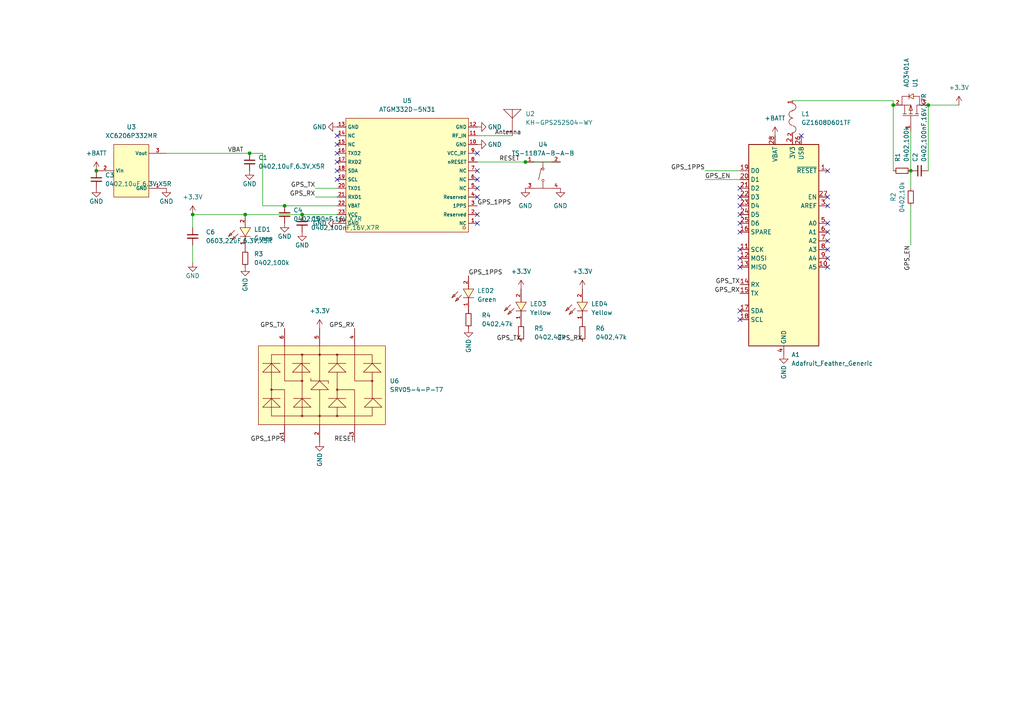
<source format=kicad_sch>
(kicad_sch (version 20230121) (generator eeschema)
  (paper "A4")
  (lib_symbols
    (symbol "MCU_Module:Adafruit_Feather_Generic"
      (property "Reference" "A" (at -10.16 29.21 0))
      (property "Value" "Adafruit_Feather_Generic" (at 2.54 -31.75 0))
      (symbol "Adafruit_Feather_Generic_0_1"
        (rectangle (start -10.16 27.94) (end 10.16 -30.48) (stroke (width 0.254)) (fill (type background)))
      )
      (symbol "Adafruit_Feather_Generic_1_1"
        (pin input line (at 12.7 20.32 180) (length 2.54) (name "~{RESET}") (number "1"))
        (pin bidirectional line (at 12.7 -7.62 180) (length 2.54) (name "A5") (number "10"))
        (pin bidirectional line (at -12.7 -2.54 0) (length 2.54) (name "SCK") (number "11"))
        (pin bidirectional line (at -12.7 -5.08 0) (length 2.54) (name "MOSI") (number "12"))
        (pin bidirectional line (at -12.7 -7.62 0) (length 2.54) (name "MISO") (number "13"))
        (pin bidirectional line (at -12.7 -12.7 0) (length 2.54) (name "RX") (number "14"))
        (pin bidirectional line (at -12.7 -15.24 0) (length 2.54) (name "TX") (number "15"))
        (pin bidirectional line (at -12.7 2.54 0) (length 2.54) (name "SPARE") (number "16"))
        (pin bidirectional line (at -12.7 -20.32 0) (length 2.54) (name "SDA") (number "17"))
        (pin bidirectional line (at -12.7 -22.86 0) (length 2.54) (name "SCL") (number "18"))
        (pin bidirectional line (at -12.7 20.32 0) (length 2.54) (name "D0") (number "19"))
        (pin power_in line (at 2.54 30.48 270) (length 2.54) (name "3V3") (number "2"))
        (pin bidirectional line (at -12.7 17.78 0) (length 2.54) (name "D1") (number "20"))
        (pin bidirectional line (at -12.7 15.24 0) (length 2.54) (name "D2") (number "21"))
        (pin bidirectional line (at -12.7 12.7 0) (length 2.54) (name "D3") (number "22"))
        (pin bidirectional line (at -12.7 10.16 0) (length 2.54) (name "D4") (number "23"))
        (pin bidirectional line (at -12.7 7.62 0) (length 2.54) (name "D5") (number "24"))
        (pin bidirectional line (at -12.7 5.08 0) (length 2.54) (name "D6") (number "25"))
        (pin power_in line (at 5.08 30.48 270) (length 2.54) (name "USB") (number "26"))
        (pin input line (at 12.7 12.7 180) (length 2.54) (name "EN") (number "27"))
        (pin power_in line (at -2.54 30.48 270) (length 2.54) (name "VBAT") (number "28"))
        (pin input line (at 12.7 10.16 180) (length 2.54) (name "AREF") (number "3"))
        (pin power_in line (at 0 -33.02 90) (length 2.54) (name "GND") (number "4"))
        (pin bidirectional line (at 12.7 5.08 180) (length 2.54) (name "A0") (number "5"))
        (pin bidirectional line (at 12.7 2.54 180) (length 2.54) (name "A1") (number "6"))
        (pin bidirectional line (at 12.7 0 180) (length 2.54) (name "A2") (number "7"))
        (pin bidirectional line (at 12.7 -2.54 180) (length 2.54) (name "A3") (number "8"))
        (pin bidirectional line (at 12.7 -5.08 180) (length 2.54) (name "A4") (number "9"))
      )
    )
    (symbol "jlcpcb-basic-capacitor:0402,100nF,16V,X7R "
      (property "Reference" "C" (at 1.71 0.508 0))
      (property "Value" "0402,100nF,16V,X7R " (at 1.71 -1.016 0))
      (symbol "0402,100nF,16V,X7R _0_0"
        (polyline (pts (xy -1.524 -0.508) (xy 1.524 -0.508)) (stroke (width 0.3048)))
        (polyline (pts (xy -1.524 0.508) (xy 1.524 0.508)) (stroke (width 0.3048)))
        (pin passive line (at 0 2.54 270) (length 2.032) (name "~") (number "1"))
        (pin passive line (at 0 -2.54 90) (length 2.032) (name "~") (number "2"))
      )
    )
    (symbol "jlcpcb-basic-capacitor:0402,10uF,6.3V,X5R "
      (property "Reference" "C" (at 1.71 0.508 0))
      (property "Value" "0402,10uF,6.3V,X5R " (at 1.71 -1.016 0))
      (symbol "0402,10uF,6.3V,X5R _0_0"
        (polyline (pts (xy -1.524 -0.508) (xy 1.524 -0.508)) (stroke (width 0.3048)))
        (polyline (pts (xy -1.524 0.508) (xy 1.524 0.508)) (stroke (width 0.3048)))
        (pin passive line (at 0 2.54 270) (length 2.032) (name "~") (number "1"))
        (pin passive line (at 0 -2.54 90) (length 2.032) (name "~") (number "2"))
      )
    )
    (symbol "jlcpcb-basic-capacitor:0603,22uF,6.3V,X5R "
      (property "Reference" "C" (at 1.71 0.508 0))
      (property "Value" "0603,22uF,6.3V,X5R " (at 1.71 -1.016 0))
      (symbol "0603,22uF,6.3V,X5R _0_0"
        (polyline (pts (xy -1.524 -0.508) (xy 1.524 -0.508)) (stroke (width 0.3048)))
        (polyline (pts (xy -1.524 0.508) (xy 1.524 0.508)) (stroke (width 0.3048)))
        (pin passive line (at 0 2.54 270) (length 2.032) (name "~") (number "1"))
        (pin passive line (at 0 -2.54 90) (length 2.032) (name "~") (number "2"))
      )
    )
    (symbol "jlcpcb-basic-resistor:0402,100k"
      (property "Reference" "R" (at 0.762 0.508 0))
      (property "Value" "0402,100k" (at 0.762 -1.016 0))
      (symbol "0402,100k_0_0"
        (rectangle (start -0.762 1.778) (end 0.762 -1.778) (stroke (width 0.2032)))
        (pin passive line (at 0 2.54 270) (length 0.762) (name "~") (number "1"))
        (pin passive line (at 0 -2.54 90) (length 0.762) (name "~") (number "2"))
      )
    )
    (symbol "jlcpcb-basic-resistor:0402,10k"
      (property "Reference" "R" (at 0.762 0.508 0))
      (property "Value" "0402,10k" (at 0.762 -1.016 0))
      (symbol "0402,10k_0_0"
        (rectangle (start -0.762 1.778) (end 0.762 -1.778) (stroke (width 0.2032)))
        (pin passive line (at 0 2.54 270) (length 0.762) (name "~") (number "1"))
        (pin passive line (at 0 -2.54 90) (length 0.762) (name "~") (number "2"))
      )
    )
    (symbol "jlcpcb-basic-resistor:0402,47k"
      (property "Reference" "R" (at 0.762 0.508 0))
      (property "Value" "0402,47k" (at 0.762 -1.016 0))
      (symbol "0402,47k_0_0"
        (rectangle (start -0.762 1.778) (end 0.762 -1.778) (stroke (width 0.2032)))
        (pin passive line (at 0 2.54 270) (length 0.762) (name "~") (number "1"))
        (pin passive line (at 0 -2.54 90) (length 0.762) (name "~") (number "2"))
      )
    )
    (symbol "jlcpcb-diodes:19-213_Y2C-CQ2R2L_3T(CY)" (pin_names hide)
      (property "Reference" "LED" (at 0 1.27 0))
      (property "Value" "Yellow" (at 0 -2.54 0))
      (symbol "19-213_Y2C-CQ2R2L_3T(CY)_0_1"
        (polyline (pts (xy -1.27 1.524) (xy -1.27 -1.524)))
        (polyline (pts (xy -0.508 2.032) (xy -2.286 3.81)))
        (polyline (pts (xy 0.508 3.048) (xy -1.27 4.826)))
        (polyline (pts (xy -2.286 3.81) (xy -1.27 3.302) (xy -1.778 2.794) (xy -2.286 3.81)) (fill (type background)))
        (polyline (pts (xy -1.27 4.826) (xy -0.254 4.318) (xy -0.762 3.81) (xy -1.27 4.826)) (fill (type background)))
        (polyline (pts (xy 1.27 -1.524) (xy -1.27 0) (xy 1.27 1.524) (xy 1.27 -1.524)) (fill (type background)))
        (pin input line (at -5.08 0 0) (length 3.81) (name "C") (number "1"))
        (pin input line (at 5.08 0 180) (length 3.81) (name "A") (number "2"))
      )
    )
    (symbol "jlcpcb-diodes:19-217_GHC-YR1S2_3T" (pin_names hide)
      (property "Reference" "LED" (at 0 1.27 0))
      (property "Value" "Green" (at 0 -2.54 0))
      (symbol "19-217_GHC-YR1S2_3T_0_1"
        (polyline (pts (xy -1.27 1.524) (xy -1.27 -1.524)))
        (polyline (pts (xy -0.508 2.032) (xy -2.286 3.81)))
        (polyline (pts (xy 0.508 3.048) (xy -1.27 4.826)))
        (polyline (pts (xy -2.286 3.81) (xy -1.27 3.302) (xy -1.778 2.794) (xy -2.286 3.81)) (fill (type background)))
        (polyline (pts (xy -1.27 4.826) (xy -0.254 4.318) (xy -0.762 3.81) (xy -1.27 4.826)) (fill (type background)))
        (polyline (pts (xy 1.27 -1.524) (xy -1.27 0) (xy 1.27 1.524) (xy 1.27 -1.524)) (fill (type background)))
        (pin input line (at -5.08 0 0) (length 3.81) (name "C") (number "1"))
        (pin input line (at 5.08 0 180) (length 3.81) (name "A") (number "2"))
      )
    )
    (symbol "jlcpcb-diodes:SRV05-4-P-T7" (pin_names hide)
      (property "Reference" "U" (at 0 1.27 0))
      (property "Value" "SRV05-4-P-T7" (at 0 -2.54 0))
      (symbol "SRV05-4-P-T7_0_1"
        (rectangle (start -11.43 17.78) (end 11.43 -19.05) (fill (type background)))
        (circle (center -8.89 -6.35) (radius 0.254) (fill (type background)))
        (circle (center -8.89 -1.27) (radius 0.254) (fill (type background)))
        (circle (center -8.89 3.81) (radius 0.254) (fill (type background)))
        (circle (center -1.27 -6.35) (radius 0.254) (fill (type background)))
        (circle (center -1.27 13.97) (radius 0.254) (fill (type background)))
        (polyline (pts (xy -8.89 -15.24) (xy -8.89 1.27)))
        (polyline (pts (xy -8.89 -1.27) (xy -11.43 -1.27)))
        (polyline (pts (xy -8.89 8.89) (xy -11.43 8.89)))
        (polyline (pts (xy -6.35 -17.78) (xy -6.35 -12.7)))
        (polyline (pts (xy -6.35 -9.144) (xy -6.35 -4.064)))
        (polyline (pts (xy -6.35 1.27) (xy -6.35 6.35)))
        (polyline (pts (xy -6.35 11.43) (xy -6.35 16.51)))
        (polyline (pts (xy -2.54 8.89) (xy -2.54 8.89)))
        (polyline (pts (xy -2.032 -3.81) (xy -1.27 -3.81)))
        (polyline (pts (xy -1.27 -6.35) (xy -8.89 -6.35)))
        (polyline (pts (xy -1.27 -3.81) (xy -1.27 1.27)))
        (polyline (pts (xy -1.27 -1.27) (xy -8.89 -1.27)))
        (polyline (pts (xy -1.27 1.27) (xy -0.508 1.27)))
        (polyline (pts (xy 3.81 -17.78) (xy 3.81 -12.7)))
        (polyline (pts (xy 3.81 -8.89) (xy 3.81 -3.81)))
        (polyline (pts (xy 3.81 1.27) (xy 3.81 6.35)))
        (polyline (pts (xy 3.81 3.81) (xy -3.81 3.81)))
        (polyline (pts (xy 3.81 11.684) (xy 3.81 16.764)))
        (polyline (pts (xy 3.81 13.97) (xy -3.81 13.97)))
        (polyline (pts (xy 8.89 -15.24) (xy -8.89 -15.24)))
        (polyline (pts (xy 8.89 -15.24) (xy 8.89 1.27)))
        (polyline (pts (xy 8.89 -6.35) (xy -1.27 -6.35)))
        (polyline (pts (xy 11.43 -1.27) (xy 1.27 -1.27)))
        (polyline (pts (xy -6.35 3.81) (xy -8.89 3.81) (xy -8.89 1.27)))
        (polyline (pts (xy -6.35 13.97) (xy -8.89 13.97) (xy -8.89 3.81)))
        (polyline (pts (xy -1.27 -6.35) (xy -1.27 -11.43) (xy -11.43 -11.43)))
        (polyline (pts (xy -1.27 13.97) (xy -1.27 8.89) (xy -8.89 8.89)))
        (polyline (pts (xy 1.27 -15.24) (xy 1.27 -11.43) (xy 11.43 -11.43)))
        (polyline (pts (xy 1.27 3.81) (xy 1.27 8.89) (xy 11.43 8.89)))
        (polyline (pts (xy 6.35 3.81) (xy 8.89 3.81) (xy 8.89 1.27)))
        (polyline (pts (xy 8.89 3.81) (xy 8.89 13.97) (xy 6.35 13.97)))
        (polyline (pts (xy -3.81 -12.7) (xy -6.35 -15.24) (xy -3.81 -17.78) (xy -3.81 -12.7)) (fill (type background)))
        (polyline (pts (xy -3.81 -4.064) (xy -6.35 -6.604) (xy -3.81 -9.144) (xy -3.81 -4.064)) (fill (type background)))
        (polyline (pts (xy -3.81 6.35) (xy -6.35 3.81) (xy -3.81 1.27) (xy -3.81 6.35)) (fill (type background)))
        (polyline (pts (xy -3.81 16.51) (xy -6.35 13.97) (xy -3.81 11.43) (xy -3.81 16.51)) (fill (type background)))
        (polyline (pts (xy 1.27 1.27) (xy -1.27 -1.27) (xy 1.27 -3.81) (xy 1.27 1.27)) (fill (type background)))
        (polyline (pts (xy 6.35 -12.7) (xy 3.81 -15.24) (xy 6.35 -17.78) (xy 6.35 -12.7)) (fill (type background)))
        (polyline (pts (xy 6.35 -3.81) (xy 3.81 -6.35) (xy 6.35 -8.89) (xy 6.35 -3.81)) (fill (type background)))
        (polyline (pts (xy 6.35 6.35) (xy 3.81 3.81) (xy 6.35 1.27) (xy 6.35 6.35)) (fill (type background)))
        (polyline (pts (xy 6.35 16.764) (xy 3.81 14.224) (xy 6.35 11.684) (xy 6.35 16.764)) (fill (type background)))
        (circle (center 1.27 -15.24) (radius 0.254) (fill (type background)))
        (circle (center 1.27 3.81) (radius 0.254) (fill (type background)))
        (circle (center 8.89 -6.35) (radius 0.254) (fill (type background)))
        (circle (center 8.89 -1.27) (radius 0.254) (fill (type background)))
        (circle (center 8.89 3.81) (radius 0.254) (fill (type background)))
        (pin input line (at 16.51 -11.43 180) (length 5.08) (name "1") (number "1"))
        (pin input line (at 16.51 -1.27 180) (length 5.08) (name "2") (number "2"))
        (pin input line (at 16.51 8.89 180) (length 5.08) (name "3") (number "3"))
        (pin input line (at -16.51 8.89 0) (length 5.08) (name "4") (number "4"))
        (pin input line (at -16.51 -1.27 0) (length 5.08) (name "5") (number "5"))
        (pin input line (at -16.51 -11.43 0) (length 5.08) (name "6") (number "6"))
      )
    )
    (symbol "jlcpcb-extended:ATGM332D-5N31"
      (property "Reference" "U" (at 0 1.27 0))
      (property "Value" "ATGM332D-5N31" (at 0 -2.54 0))
      (symbol "ATGM332D-5N31_0_1"
        (rectangle (start -17.78 16.51) (end 17.78 -16.51) (fill (type background)))
        (circle (center 16.51 -15.24) (radius 0.381) (fill (type background)))
        (pin unspecified line (at 20.32 -13.97 180) (length 2.54) (name "NC") (number "1"))
        (pin unspecified line (at 20.32 8.89 180) (length 2.54) (name "GND") (number "10"))
        (pin unspecified line (at 20.32 11.43 180) (length 2.54) (name "RF_IN") (number "11"))
        (pin unspecified line (at 20.32 13.97 180) (length 2.54) (name "GND") (number "12"))
        (pin unspecified line (at -20.32 13.97 0) (length 2.54) (name "GND") (number "13"))
        (pin unspecified line (at -20.32 11.43 0) (length 2.54) (name "NC") (number "14"))
        (pin unspecified line (at -20.32 8.89 0) (length 2.54) (name "NC") (number "15"))
        (pin unspecified line (at -20.32 6.35 0) (length 2.54) (name "TXD2") (number "16"))
        (pin unspecified line (at -20.32 3.81 0) (length 2.54) (name "RXD2") (number "17"))
        (pin unspecified line (at -20.32 1.27 0) (length 2.54) (name "SDA") (number "18"))
        (pin unspecified line (at -20.32 -1.27 0) (length 2.54) (name "SCL") (number "19"))
        (pin unspecified line (at 20.32 -11.43 180) (length 2.54) (name "Reserved") (number "2"))
        (pin unspecified line (at -20.32 -3.81 0) (length 2.54) (name "TXD1") (number "20"))
        (pin unspecified line (at -20.32 -6.35 0) (length 2.54) (name "RXD1") (number "21"))
        (pin unspecified line (at -20.32 -8.89 0) (length 2.54) (name "VBAT") (number "22"))
        (pin unspecified line (at -20.32 -11.43 0) (length 2.54) (name "VCC") (number "23"))
        (pin unspecified line (at -20.32 -13.97 0) (length 2.54) (name "GND") (number "24"))
        (pin unspecified line (at 20.32 -8.89 180) (length 2.54) (name "1PPS") (number "3"))
        (pin unspecified line (at 20.32 -6.35 180) (length 2.54) (name "Reserved") (number "4"))
        (pin unspecified line (at 20.32 -3.81 180) (length 2.54) (name "NC") (number "5"))
        (pin unspecified line (at 20.32 -1.27 180) (length 2.54) (name "NC") (number "6"))
        (pin unspecified line (at 20.32 1.27 180) (length 2.54) (name "NC") (number "7"))
        (pin unspecified line (at 20.32 3.81 180) (length 2.54) (name "nRESET") (number "8"))
        (pin unspecified line (at 20.32 6.35 180) (length 2.54) (name "VCC_RF") (number "9"))
      )
    )
    (symbol "jlcpcb-extended:KH-GPS252504-WY" (pin_names hide)
      (property "Reference" "U" (at 0 1.27 0))
      (property "Value" "KH-GPS252504-WY" (at 0 -2.54 0))
      (symbol "KH-GPS252504-WY_0_1"
        (polyline (pts (xy 0 0) (xy -2.54 2.54)))
        (polyline (pts (xy 0 0) (xy 0 -2.54)))
        (polyline (pts (xy 0 2.54) (xy 0 0)))
        (polyline (pts (xy 2.54 2.54) (xy -2.54 2.54)))
        (polyline (pts (xy 2.54 2.54) (xy 0 0)))
        (pin unspecified line (at 0 -5.08 90) (length 2.54) (name "ANT") (number "1"))
      )
    )
    (symbol "jlcpcb-inductors-ferrite-beads:GZ1608D601TF" (pin_names hide)
      (property "Reference" "L" (at 0 1.27 0))
      (property "Value" "GZ1608D601TF" (at 0 -2.54 0))
      (symbol "GZ1608D601TF_0_1"
        (arc (start -2.2674 -0.1341) (mid -3.1595 0.9883) (end -4.2858 0.1011))
        (arc (start -2.1318 0.1001) (mid -1.2406 -1.0269) (end -0.1135 -0.1357))
        (arc (start 0.0196 0.1001) (mid 0.9107 -1.0268) (end 2.0378 -0.1357))
        (arc (start 4.2312 -0.1341) (mid 3.3391 0.9883) (end 2.2128 0.1011))
        (pin unspecified line (at -5.08 0 0) (length 0.762) (name "1") (number "1"))
        (pin unspecified line (at 5.08 0 180) (length 0.762) (name "2") (number "2"))
      )
    )
    (symbol "jlcpcb-power:XC6206P332MR"
      (property "Reference" "U" (at 0 1.27 0))
      (property "Value" "XC6206P332MR" (at 0 -2.54 0))
      (symbol "XC6206P332MR_0_1"
        (rectangle (start -5.08 7.62) (end 5.08 -7.62) (fill (type background)))
        (pin unspecified line (at 10.16 -5.08 180) (length 5.08) (name "GND") (number "1"))
        (pin unspecified line (at -10.16 0 0) (length 5.08) (name "Vin") (number "2"))
        (pin unspecified line (at 10.16 5.08 180) (length 5.08) (name "Vout") (number "3"))
      )
    )
    (symbol "jlcpcb-switches:TS-1187A-B-A-B" (pin_names hide)
      (property "Reference" "U" (at 0 1.27 0))
      (property "Value" "TS-1187A-B-A-B" (at 0 -2.54 0))
      (symbol "TS-1187A-B-A-B_0_1"
        (circle (center 0 -2.794) (radius 0.3175) (fill (type background)))
        (polyline (pts (xy -2.54 -5.08) (xy 2.54 -5.08)))
        (polyline (pts (xy -2.54 2.54) (xy 2.54 2.54)))
        (polyline (pts (xy -0.508 0.762) (xy -1.27 -2.54)))
        (polyline (pts (xy 0 -3.302) (xy 0 -5.08)))
        (polyline (pts (xy 0 0.762) (xy 0 2.54)))
        (circle (center 0 0.508) (radius 0.3175) (fill (type background)))
        (pin unspecified line (at -5.08 2.54 0) (length 2.54) (name "A") (number "1"))
        (pin unspecified line (at 5.08 2.54 180) (length 2.54) (name "B") (number "2"))
        (pin unspecified line (at -5.08 -5.08 0) (length 2.54) (name "C") (number "3"))
        (pin unspecified line (at 5.08 -5.08 180) (length 2.54) (name "D") (number "4"))
      )
    )
    (symbol "jlcpcb-transistors:AO3401A" (pin_names hide)
      (property "Reference" "U" (at 0 1.27 0))
      (property "Value" "AO3401A" (at 0 -2.54 0))
      (symbol "AO3401A_0_1"
        (polyline (pts (xy -2.54 0) (xy -0.508 0)))
        (polyline (pts (xy -0.508 2.286) (xy -0.508 -2.286)))
        (polyline (pts (xy 0 -2.286) (xy 0 -1.27)))
        (polyline (pts (xy 0 -0.508) (xy 0 0.508)))
        (polyline (pts (xy 0 1.27) (xy 0 2.286)))
        (polyline (pts (xy 2.54 -1.778) (xy 0 -1.778)))
        (polyline (pts (xy 2.54 1.778) (xy 0 1.778)))
        (polyline (pts (xy 0 0) (xy 2.54 0) (xy 2.54 -2.54)))
        (polyline (pts (xy 2.54 -2.54) (xy 5.08 -2.54) (xy 5.08 -0.508)))
        (polyline (pts (xy 2.54 0) (xy 1.016 0.508) (xy 1.016 -0.508) (xy 2.54 0)) (fill (type background)))
        (polyline (pts (xy 2.54 1.778) (xy 2.54 2.54) (xy 5.08 2.54) (xy 5.08 0.762)))
        (polyline (pts (xy 5.08 -0.508) (xy 5.842 0.762) (xy 4.318 0.762) (xy 5.08 -0.508)) (fill (type background)))
        (polyline (pts (xy 5.842 -0.508) (xy 5.588 -0.508) (xy 4.572 -0.508) (xy 4.318 -0.508)))
        (pin unspecified line (at -5.08 0 0) (length 2.54) (name "G") (number "1"))
        (pin unspecified line (at 2.54 -5.08 90) (length 2.54) (name "S") (number "2"))
        (pin unspecified line (at 2.54 5.08 270) (length 2.54) (name "D") (number "3"))
      )
    )
    (symbol "power:+3.3V" (power) (pin_names (offset 0))
      (property "Value" "+3.3V" (at 0 3.556 0))
      (symbol "+3.3V_0_1"
        (polyline (pts (xy -0.762 1.27) (xy 0 2.54)))
        (polyline (pts (xy 0 0) (xy 0 2.54)))
        (polyline (pts (xy 0 2.54) (xy 0.762 1.27)))
      )
      (symbol "+3.3V_1_1"
        (pin power_in line (at 0 0 90) (length 0) hide (name "+3.3V") (number "1"))
      )
    )
    (symbol "power:+BATT" (power) (pin_names (offset 0))
      (property "Value" "+BATT" (at 0 3.556 0))
      (symbol "+BATT_0_1"
        (polyline (pts (xy -0.762 1.27) (xy 0 2.54)))
        (polyline (pts (xy 0 0) (xy 0 2.54)))
        (polyline (pts (xy 0 2.54) (xy 0.762 1.27)))
      )
      (symbol "+BATT_1_1"
        (pin power_in line (at 0 0 90) (length 0) hide (name "+BATT") (number "1"))
      )
    )
    (symbol "power:GND" (power) (pin_names (offset 0))
      (property "Value" "GND" (at 0 -3.81 0))
      (symbol "GND_0_1"
        (polyline (pts (xy 0 0) (xy 0 -1.27) (xy 1.27 -1.27) (xy 0 -2.54) (xy -1.27 -1.27) (xy 0 -1.27)))
      )
      (symbol "GND_1_1"
        (pin power_in line (at 0 0 270) (length 0) hide (name "GND") (number "1"))
      )
    )
  )
  (junction (at 259.08 30.48))
  (junction (at 71.12 62.23))
  (junction (at 82.55 59.69))
  (junction (at 269.24 30.48))
  (junction (at 264.16 49.53))
  (junction (at 55.88 62.23))
  (junction (at 27.94 49.53))
  (junction (at 152.4 46.99))
  (junction (at 87.63 62.23))
  (junction (at 72.39 44.45))
  (no_connect (at 240.03 69.85))
  (no_connect (at 138.43 44.45))
  (no_connect (at 214.63 92.71))
  (no_connect (at 214.63 54.61))
  (no_connect (at 214.63 62.23))
  (no_connect (at 214.63 77.47))
  (no_connect (at 138.43 54.61))
  (no_connect (at 240.03 57.15))
  (no_connect (at 214.63 59.69))
  (no_connect (at 138.43 52.07))
  (no_connect (at 214.63 57.15))
  (no_connect (at 97.79 49.53))
  (no_connect (at 138.43 49.53))
  (no_connect (at 240.03 74.93))
  (no_connect (at 138.43 64.77))
  (no_connect (at 138.43 57.15))
  (no_connect (at 240.03 67.31))
  (no_connect (at 240.03 59.69))
  (no_connect (at 240.03 49.53))
  (no_connect (at 232.41 39.37))
  (no_connect (at 214.63 67.31))
  (no_connect (at 214.63 72.39))
  (no_connect (at 97.79 52.07))
  (no_connect (at 214.63 90.17))
  (no_connect (at 97.79 46.99))
  (no_connect (at 97.79 44.45))
  (no_connect (at 97.79 41.91))
  (no_connect (at 240.03 77.47))
  (no_connect (at 138.43 62.23))
  (no_connect (at 214.63 74.93))
  (no_connect (at 240.03 64.77))
  (no_connect (at 214.63 64.77))
  (no_connect (at 240.03 72.39))
  (no_connect (at 97.79 39.37))
  (wire (pts (xy 71.12 62.23) (xy 87.63 62.23)))
  (wire (pts (xy 138.43 46.99) (xy 152.4 46.99)))
  (wire (pts (xy 259.08 29.21) (xy 259.08 30.48)))
  (wire (pts (xy 82.55 59.69) (xy 97.79 59.69)))
  (wire (pts (xy 76.2 59.69) (xy 82.55 59.69)))
  (wire (pts (xy 91.44 54.61) (xy 97.79 54.61)))
  (wire (pts (xy 76.2 44.45) (xy 76.2 59.69)))
  (wire (pts (xy 264.16 49.53) (xy 264.16 38.1)))
  (wire (pts (xy 152.4 46.99) (xy 162.56 46.99)))
  (wire (pts (xy 259.08 49.53) (xy 259.08 30.48)))
  (wire (pts (xy 91.44 57.15) (xy 97.79 57.15)))
  (wire (pts (xy 72.39 44.45) (xy 76.2 44.45)))
  (wire (pts (xy 204.47 49.53) (xy 214.63 49.53)))
  (wire (pts (xy 204.47 52.07) (xy 214.63 52.07)))
  (wire (pts (xy 55.88 71.12) (xy 55.88 76.2)))
  (wire (pts (xy 229.87 29.21) (xy 259.08 29.21)))
  (wire (pts (xy 269.24 30.48) (xy 278.13 30.48)))
  (wire (pts (xy 264.16 54.61) (xy 264.16 49.53)))
  (wire (pts (xy 269.24 49.53) (xy 269.24 30.48)))
  (wire (pts (xy 87.63 62.23) (xy 97.79 62.23)))
  (wire (pts (xy 55.88 62.23) (xy 71.12 62.23)))
  (wire (pts (xy 55.88 62.23) (xy 55.88 66.04)))
  (wire (pts (xy 48.26 44.45) (xy 72.39 44.45)))
  (wire (pts (xy 264.16 71.12) (xy 264.16 59.69)))
  (wire (pts (xy 138.43 39.37) (xy 148.59 39.37)))
  (label "GPS_TX" (at 214.63 82.55 180))
  (label "RESET" (at 102.87 128.27 180))
  (label "GPS_RX" (at 168.91 99.06 180))
  (label "GPS_TX" (at 91.44 54.61 180))
  (label "GPS_EN" (at 204.47 52.07 0))
  (label "GPS_EN" (at 264.16 71.12 270))
  (label "GPS_1PPS" (at 82.55 128.27 180))
  (label "GPS_TX" (at 151.13 99.06 180))
  (label "Antenna" (at 143.51 39.37 0))
  (label "GPS_RX" (at 214.63 85.09 180))
  (label "GPS_1PPS" (at 204.47 49.53 180))
  (label "VBAT" (at 66.04 44.45 0))
  (label "GPS_1PPS" (at 138.43 59.69 0))
  (label "GPS_1PPS" (at 135.89 80.01 0))
  (label "GPS_RX" (at 91.44 57.15 180))
  (label "GPS_TX" (at 82.55 95.25 180))
  (label "RESET" (at 144.78 46.99 0))
  (label "GPS_RX" (at 102.87 95.25 180))
  (symbol (lib_id "power:GND") (at 227.33 102.87 0) (unit 1)
    (property "Reference" "#PWR022" (effects hide))
    (property "Value" "GND" (at 227.33 107.95 90))
  )
  (symbol (lib_id "power:GND") (at 55.88 76.2 0) (unit 1)
    (property "Reference" "#PWR016" (effects hide))
    (property "Value" "GND" (at 55.88 80.01 0))
  )
  (symbol (lib_id "jlcpcb-basic-resistor:0402,100k") (at 261.62 49.53 90) (unit 1)
    (property "Reference" "R1" (at 260.35 46.99 0) (effects (justify left)))
    (property "Value" "0402,100k" (at 262.89 46.99 0) (effects (justify left)))
    (property "Footprint" "R_0402_1005Metric" (effects hide))
    (property "Datasheet" "https://datasheet.lcsc.com/lcsc/2110260030_UNI-ROYAL-Uniroyal-Elec-0402WGF1003TCE_C25741.pdf" (effects hide))
    (property "LCSC" "C25741" (effects hide))
    (property "MFG" "UNI-ROYAL(Uniroyal Elec)" (effects hide))
    (property "MFGPN" "0402WGF1003TCE" (effects hide))
  )
  (symbol (lib_id "power:GND") (at 87.63 67.31 0) (unit 1)
    (property "Reference" "#PWR015" (effects hide))
    (property "Value" "GND" (at 87.63 71.12 0))
  )
  (symbol (lib_id "power:+BATT") (at 224.79 39.37 0) (unit 1)
    (property "Reference" "#PWR04" (effects hide))
    (property "Value" "+BATT" (at 224.79 34.29 0))
  )
  (symbol (lib_id "power:+3.3V") (at 151.13 83.82 0) (unit 1)
    (property "Reference" "#PWR018" (effects hide))
    (property "Value" "+3.3V" (at 151.13 78.74 0))
  )
  (symbol (lib_id "power:GND") (at 92.71 128.27 0) (unit 1)
    (property "Reference" "#PWR023" (effects hide))
    (property "Value" "GND" (at 92.71 133.35 90))
  )
  (symbol (lib_id "jlcpcb-power:XC6206P332MR") (at 38.1 49.53 0) (unit 1)
    (property "Reference" "U3" (at 38.1 36.83 0))
    (property "Value" "XC6206P332MR" (at 38.1 39.37 0))
    (property "Footprint" "footprint:SOT-23-3_L2.9-W1.6-P1.90-LS2.8-BR" (effects hide))
    (property "Datasheet" "https://item.szlcsc.com/14454.html" (effects hide))
    (property "LCSC" "C5446" (effects hide))
  )
  (symbol (lib_id "jlcpcb-basic-capacitor:0402,100nF,16V,X7R ") (at 266.7 49.53 90) (unit 1)
    (property "Reference" "C2" (at 265.43 46.99 0) (effects (justify left)))
    (property "Value" "0402,100nF,16V,X7R " (at 267.97 46.99 0) (effects (justify left)))
    (property "Footprint" "C_0402_1005Metric" (effects hide))
    (property "Datasheet" "https://datasheet.lcsc.com/lcsc/1810191219_Samsung-Electro-Mechanics-CL05B104KO5NNNC_C1525.pdf" (effects hide))
    (property "LCSC" "C1525" (effects hide))
    (property "MFG" "Samsung Electro-Mechanics" (effects hide))
    (property "MFGPN" "CL05B104KO5NNNC" (effects hide))
  )
  (symbol (lib_id "power:GND") (at 97.79 64.77 270) (unit 1)
    (property "Reference" "#PWR014" (effects hide))
    (property "Value" "GND" (at 92.71 64.77 90))
  )
  (symbol (lib_id "jlcpcb-extended:KH-GPS252504-WY") (at 148.59 34.29 0) (unit 1)
    (property "Reference" "U2" (at 152.4 33.02 0) (effects (justify left)))
    (property "Value" "KH-GPS252504-WY" (at 152.4 35.56 0) (effects (justify left)))
    (property "Footprint" "footprint:ANT-TH_KH-GPS252504-WY" (effects hide))
    (property "Datasheet" "https://item.szlcsc.com/1043574.html" (effects hide))
    (property "LCSC" "C962216" (effects hide))
  )
  (symbol (lib_id "power:GND") (at 162.56 54.61 0) (unit 1)
    (property "Reference" "#PWR011" (effects hide))
    (property "Value" "GND" (at 162.56 59.69 0))
  )
  (symbol (lib_id "power:GND") (at 135.89 95.25 0) (unit 1)
    (property "Reference" "#PWR021" (effects hide))
    (property "Value" "GND" (at 135.89 100.33 90))
  )
  (symbol (lib_id "jlcpcb-extended:ATGM332D-5N31") (at 118.11 50.8 0) (unit 1)
    (property "Reference" "U5" (at 118.11 29.21 0))
    (property "Value" "ATGM332D-5N31" (at 118.11 31.75 0))
    (property "Footprint" "footprint:GSM-SMD_ATGM332D-5N31" (effects hide))
    (property "Datasheet" "https://item.szlcsc.com/139944.html" (effects hide))
    (property "LCSC" "C128659" (effects hide))
  )
  (symbol (lib_id "power:+BATT") (at 27.94 49.53 0) (unit 1)
    (property "Reference" "#PWR06" (effects hide))
    (property "Value" "+BATT" (at 27.94 44.45 0))
  )
  (symbol (lib_id "power:+3.3V") (at 55.88 62.23 0) (unit 1)
    (property "Reference" "#PWR012" (effects hide))
    (property "Value" "+3.3V" (at 55.88 57.15 0))
  )
  (symbol (lib_id "jlcpcb-inductors-ferrite-beads:GZ1608D601TF") (at 229.87 34.29 270) (unit 1)
    (property "Reference" "L1" (at 232.41 33.02 90) (effects (justify left)))
    (property "Value" "GZ1608D601TF" (at 232.41 35.56 90) (effects (justify left)))
    (property "Footprint" "Inductor_SMD:L_0603_1608Metric" (effects hide))
    (property "Datasheet" "https://item.szlcsc.com/344093.html" (effects hide))
    (property "LCSC" "C1002" (effects hide))
  )
  (symbol (lib_id "power:GND") (at 152.4 54.61 0) (unit 1)
    (property "Reference" "#PWR010" (effects hide))
    (property "Value" "GND" (at 152.4 59.69 0))
  )
  (symbol (lib_id "jlcpcb-basic-resistor:0402,100k") (at 71.12 74.93 0) (unit 1)
    (property "Reference" "R3" (at 73.66 73.66 0) (effects (justify left)))
    (property "Value" "0402,100k" (at 73.66 76.2 0) (effects (justify left)))
    (property "Footprint" "R_0402_1005Metric" (effects hide))
    (property "Datasheet" "https://datasheet.lcsc.com/lcsc/2110260030_UNI-ROYAL-Uniroyal-Elec-0402WGF1003TCE_C25741.pdf" (effects hide))
    (property "LCSC" "C25741" (effects hide))
    (property "MFG" "UNI-ROYAL(Uniroyal Elec)" (effects hide))
    (property "MFGPN" "0402WGF1003TCE" (effects hide))
  )
  (symbol (lib_id "power:GND") (at 138.43 41.91 90) (unit 1)
    (property "Reference" "#PWR05" (effects hide))
    (property "Value" "GND" (at 143.51 41.91 90))
  )
  (symbol (lib_id "power:GND") (at 71.12 77.47 0) (unit 1)
    (property "Reference" "#PWR017" (effects hide))
    (property "Value" "GND" (at 71.12 82.55 90))
  )
  (symbol (lib_id "power:+3.3V") (at 168.91 83.82 0) (unit 1)
    (property "Reference" "#PWR019" (effects hide))
    (property "Value" "+3.3V" (at 168.91 78.74 0))
  )
  (symbol (lib_id "power:GND") (at 82.55 64.77 0) (unit 1)
    (property "Reference" "#PWR013" (effects hide))
    (property "Value" "GND" (at 82.55 68.58 0))
  )
  (symbol (lib_id "jlcpcb-diodes:19-217_GHC-YR1S2_3T") (at 71.12 67.31 90) (unit 1)
    (property "Reference" "LED1" (at 73.66 66.548 90) (effects (justify right)))
    (property "Value" "Green" (at 73.66 69.088 90) (effects (justify right)))
    (property "Footprint" "LED_SMD:LED_0603_1608Metric" (effects hide))
    (property "Datasheet" "https://item.szlcsc.com/347874.html" (effects hide))
    (property "LCSC" "C72043" (effects hide))
  )
  (symbol (lib_id "power:+3.3V") (at 92.71 95.25 0) (unit 1)
    (property "Reference" "#PWR020" (effects hide))
    (property "Value" "+3.3V" (at 92.71 90.17 0))
  )
  (symbol (lib_id "power:+3.3V") (at 278.13 30.48 0) (unit 1)
    (property "Reference" "#PWR01" (effects hide))
    (property "Value" "+3.3V" (at 278.13 25.4 0))
  )
  (symbol (lib_id "MCU_Module:Adafruit_Feather_Generic") (at 227.33 69.85 0) (unit 1)
    (property "Reference" "A1" (at 229.5241 102.87 0) (effects (justify left)))
    (property "Value" "Adafruit_Feather_Generic" (at 229.5241 105.41 0) (effects (justify left)))
    (property "Footprint" "Module:Adafruit_Feather" (effects hide))
    (property "Datasheet" "https://cdn-learn.adafruit.com/downloads/pdf/adafruit-feather.pdf" (effects hide))
  )
  (symbol (lib_id "jlcpcb-basic-capacitor:0402,100nF,16V,X7R ") (at 82.55 62.23 0) (unit 1)
    (property "Reference" "C4" (at 85.09 60.96 0) (effects (justify left)))
    (property "Value" "0402,100nF,16V,X7R " (at 85.09 63.5 0) (effects (justify left)))
    (property "Footprint" "C_0402_1005Metric" (effects hide))
    (property "Datasheet" "https://datasheet.lcsc.com/lcsc/1810191219_Samsung-Electro-Mechanics-CL05B104KO5NNNC_C1525.pdf" (effects hide))
    (property "LCSC" "C1525" (effects hide))
    (property "MFG" "Samsung Electro-Mechanics" (effects hide))
    (property "MFGPN" "CL05B104KO5NNNC" (effects hide))
  )
  (symbol (lib_id "jlcpcb-diodes:19-213_Y2C-CQ2R2L_3T(CY)") (at 151.13 88.9 90) (unit 1)
    (property "Reference" "LED3" (at 153.67 88.138 90) (effects (justify right)))
    (property "Value" "Yellow" (at 153.67 90.678 90) (effects (justify right)))
    (property "Footprint" "LED_SMD:LED_0603_1608Metric" (effects hide))
    (property "Datasheet" "https://atta.szlcsc.com/upload/public/pdf/source/20180129/C125100_15171877314981315871.pdf" (effects hide))
    (property "LCSC" "C72038" (effects hide))
  )
  (symbol (lib_id "jlcpcb-basic-resistor:0402,10k") (at 264.16 57.15 180) (unit 1)
    (property "Reference" "R2" (at 259.08 57.15 90))
    (property "Value" "0402,10k" (at 261.62 57.15 90))
    (property "Footprint" "R_0402_1005Metric" (effects hide))
    (property "Datasheet" "https://datasheet.lcsc.com/lcsc/2110260030_UNI-ROYAL-Uniroyal-Elec-0402WGF1002TCE_C25744.pdf" (effects hide))
    (property "LCSC" "C25744" (effects hide))
    (property "MFG" "UNI-ROYAL(Uniroyal Elec)" (effects hide))
    (property "MFGPN" "0402WGF1002TCE" (effects hide))
  )
  (symbol (lib_id "jlcpcb-switches:TS-1187A-B-A-B") (at 157.48 49.53 0) (unit 1)
    (property "Reference" "U4" (at 157.48 41.91 0))
    (property "Value" "TS-1187A-B-A-B" (at 157.48 44.45 0))
    (property "Footprint" "footprint:SW-SMD_4P-L5.1-W5.1-P3.70-LS6.5-TL-2" (effects hide))
    (property "Datasheet" "https://item.szlcsc.com/300285.html" (effects hide))
    (property "LCSC" "C318884" (effects hide))
  )
  (symbol (lib_id "power:GND") (at 138.43 36.83 90) (unit 1)
    (property "Reference" "#PWR03" (effects hide))
    (property "Value" "GND" (at 143.51 36.83 90))
  )
  (symbol (lib_id "power:GND") (at 72.39 49.53 0) (unit 1)
    (property "Reference" "#PWR07" (effects hide))
    (property "Value" "GND" (at 72.39 53.34 0))
  )
  (symbol (lib_id "power:GND") (at 27.94 54.61 0) (unit 1)
    (property "Reference" "#PWR08" (effects hide))
    (property "Value" "GND" (at 27.94 58.42 0))
  )
  (symbol (lib_id "jlcpcb-basic-capacitor:0402,100nF,16V,X7R ") (at 87.63 64.77 0) (unit 1)
    (property "Reference" "C5" (at 90.17 63.5 0) (effects (justify left)))
    (property "Value" "0402,100nF,16V,X7R " (at 90.17 66.04 0) (effects (justify left)))
    (property "Footprint" "C_0402_1005Metric" (effects hide))
    (property "Datasheet" "https://datasheet.lcsc.com/lcsc/1810191219_Samsung-Electro-Mechanics-CL05B104KO5NNNC_C1525.pdf" (effects hide))
    (property "LCSC" "C1525" (effects hide))
    (property "MFG" "Samsung Electro-Mechanics" (effects hide))
    (property "MFGPN" "CL05B104KO5NNNC" (effects hide))
  )
  (symbol (lib_id "jlcpcb-basic-capacitor:0402,10uF,6.3V,X5R ") (at 27.94 52.07 0) (unit 1)
    (property "Reference" "C3" (at 30.48 50.8 0) (effects (justify left)))
    (property "Value" "0402,10uF,6.3V,X5R " (at 30.48 53.34 0) (effects (justify left)))
    (property "Footprint" "C_0402_1005Metric" (effects hide))
    (property "Datasheet" "https://datasheet.lcsc.com/lcsc/1810191215_Samsung-Electro-Mechanics-CL05A106MQ5NUNC_C15525.pdf" (effects hide))
    (property "LCSC" "C15525" (effects hide))
    (property "MFG" "Samsung Electro-Mechanics" (effects hide))
    (property "MFGPN" "CL05A106MQ5NUNC" (effects hide))
  )
  (symbol (lib_id "jlcpcb-transistors:AO3401A") (at 264.16 33.02 270) (mirror x) (unit 1)
    (property "Reference" "U1" (at 265.43 25.4 0) (effects (justify left)))
    (property "Value" "AO3401A" (at 262.89 25.4 0) (effects (justify left)))
    (property "Footprint" "footprint:SOT-23_L2.9-W1.3-P1.90-LS2.4-BR" (effects hide))
    (property "Datasheet" "https://item.szlcsc.com/236142.html" (effects hide))
    (property "LCSC" "C15127" (effects hide))
  )
  (symbol (lib_id "jlcpcb-basic-capacitor:0402,10uF,6.3V,X5R ") (at 72.39 46.99 0) (unit 1)
    (property "Reference" "C1" (at 74.93 45.72 0) (effects (justify left)))
    (property "Value" "0402,10uF,6.3V,X5R " (at 74.93 48.26 0) (effects (justify left)))
    (property "Footprint" "C_0402_1005Metric" (effects hide))
    (property "Datasheet" "https://datasheet.lcsc.com/lcsc/1810191215_Samsung-Electro-Mechanics-CL05A106MQ5NUNC_C15525.pdf" (effects hide))
    (property "LCSC" "C15525" (effects hide))
    (property "MFG" "Samsung Electro-Mechanics" (effects hide))
    (property "MFGPN" "CL05A106MQ5NUNC" (effects hide))
  )
  (symbol (lib_id "jlcpcb-basic-capacitor:0603,22uF,6.3V,X5R ") (at 55.88 68.58 0) (unit 1)
    (property "Reference" "C6" (at 59.69 67.31 0) (effects (justify left)))
    (property "Value" "0603,22uF,6.3V,X5R " (at 59.69 69.85 0) (effects (justify left)))
    (property "Footprint" "C_0603_1608Metric" (effects hide))
    (property "Datasheet" "https://datasheet.lcsc.com/lcsc/1811151138_Samsung-Electro-Mechanics-CL10A226MQ8NRNC_C59461.pdf" (effects hide))
    (property "LCSC" "C59461" (effects hide))
    (property "MFG" "Samsung Electro-Mechanics" (effects hide))
    (property "MFGPN" "CL10A226MQ8NRNC" (effects hide))
  )
  (symbol (lib_id "jlcpcb-basic-resistor:0402,47k") (at 151.13 96.52 0) (unit 1)
    (property "Reference" "R5" (at 154.94 95.25 0) (effects (justify left)))
    (property "Value" "0402,47k" (at 154.94 97.79 0) (effects (justify left)))
    (property "Footprint" "R_0402_1005Metric" (effects hide))
    (property "Datasheet" "https://datasheet.lcsc.com/lcsc/2110260030_UNI-ROYAL-Uniroyal-Elec-0402WGF4702TCE_C25792.pdf" (effects hide))
    (property "LCSC" "C25792" (effects hide))
    (property "MFG" "UNI-ROYAL(Uniroyal Elec)" (effects hide))
    (property "MFGPN" "0402WGF4702TCE" (effects hide))
  )
  (symbol (lib_id "jlcpcb-diodes:19-217_GHC-YR1S2_3T") (at 135.89 85.09 90) (unit 1)
    (property "Reference" "LED2" (at 138.43 84.328 90) (effects (justify right)))
    (property "Value" "Green" (at 138.43 86.868 90) (effects (justify right)))
    (property "Footprint" "LED_SMD:LED_0603_1608Metric" (effects hide))
    (property "Datasheet" "https://item.szlcsc.com/347874.html" (effects hide))
    (property "LCSC" "C72043" (effects hide))
  )
  (symbol (lib_id "power:GND") (at 97.79 36.83 270) (unit 1)
    (property "Reference" "#PWR02" (effects hide))
    (property "Value" "GND" (at 92.71 36.83 90))
  )
  (symbol (lib_id "jlcpcb-diodes:19-213_Y2C-CQ2R2L_3T(CY)") (at 168.91 88.9 90) (unit 1)
    (property "Reference" "LED4" (at 171.45 88.138 90) (effects (justify right)))
    (property "Value" "Yellow" (at 171.45 90.678 90) (effects (justify right)))
    (property "Footprint" "LED_SMD:LED_0603_1608Metric" (effects hide))
    (property "Datasheet" "https://atta.szlcsc.com/upload/public/pdf/source/20180129/C125100_15171877314981315871.pdf" (effects hide))
    (property "LCSC" "C72038" (effects hide))
  )
  (symbol (lib_id "power:GND") (at 48.26 54.61 0) (unit 1)
    (property "Reference" "#PWR09" (effects hide))
    (property "Value" "GND" (at 48.26 58.42 0))
  )
  (symbol (lib_id "jlcpcb-diodes:SRV05-4-P-T7") (at 93.98 111.76 270) (unit 1)
    (property "Reference" "U6" (at 113.03 110.49 90) (effects (justify left)))
    (property "Value" "SRV05-4-P-T7" (at 113.03 113.03 90) (effects (justify left)))
    (property "Footprint" "footprint:SOT-23-6_L2.9-W1.6-P0.95-LS2.8-BR" (effects hide))
    (property "Datasheet" "https://item.szlcsc.com/169042.html" (effects hide))
    (property "LCSC" "C85364" (effects hide))
  )
  (symbol (lib_id "jlcpcb-basic-resistor:0402,47k") (at 135.89 92.71 0) (unit 1)
    (property "Reference" "R4" (at 139.7 91.44 0) (effects (justify left)))
    (property "Value" "0402,47k" (at 139.7 93.98 0) (effects (justify left)))
    (property "Footprint" "R_0402_1005Metric" (effects hide))
    (property "Datasheet" "https://datasheet.lcsc.com/lcsc/2110260030_UNI-ROYAL-Uniroyal-Elec-0402WGF4702TCE_C25792.pdf" (effects hide))
    (property "LCSC" "C25792" (effects hide))
    (property "MFG" "UNI-ROYAL(Uniroyal Elec)" (effects hide))
    (property "MFGPN" "0402WGF4702TCE" (effects hide))
  )
  (symbol (lib_id "jlcpcb-basic-resistor:0402,47k") (at 168.91 96.52 0) (unit 1)
    (property "Reference" "R6" (at 172.72 95.25 0) (effects (justify left)))
    (property "Value" "0402,47k" (at 172.72 97.79 0) (effects (justify left)))
    (property "Footprint" "R_0402_1005Metric" (effects hide))
    (property "Datasheet" "https://datasheet.lcsc.com/lcsc/2110260030_UNI-ROYAL-Uniroyal-Elec-0402WGF4702TCE_C25792.pdf" (effects hide))
    (property "LCSC" "C25792" (effects hide))
    (property "MFG" "UNI-ROYAL(Uniroyal Elec)" (effects hide))
    (property "MFGPN" "0402WGF4702TCE" (effects hide))
  )
)
</source>
